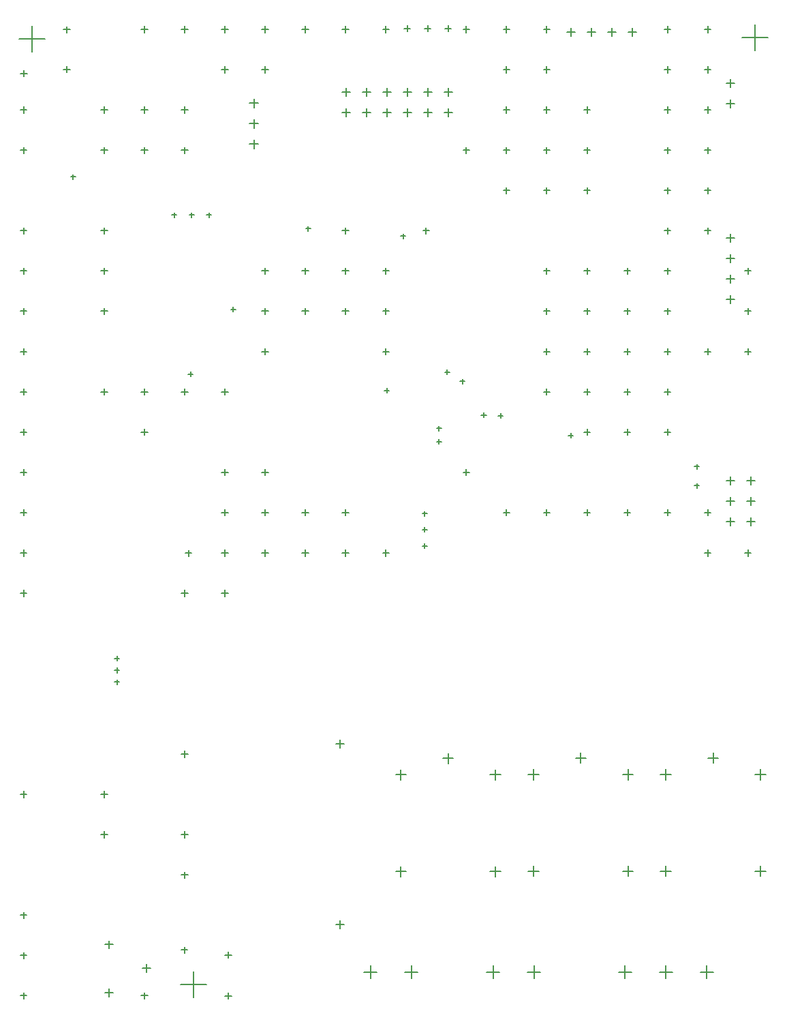
<source format=gbr>
G04*
G04 #@! TF.GenerationSoftware,Altium Limited,Altium Designer,24.2.2 (26)*
G04*
G04 Layer_Color=128*
%FSLAX44Y44*%
%MOMM*%
G71*
G04*
G04 #@! TF.SameCoordinates,8F8C662E-78E3-4B19-825C-435B122D3AAE*
G04*
G04*
G04 #@! TF.FilePolarity,Positive*
G04*
G01*
G75*
%ADD12C,0.1270*%
D12*
X850980Y1496568D02*
X860980D01*
X855980Y1491568D02*
Y1501568D01*
X825580Y1496568D02*
X835580D01*
X830580Y1491568D02*
Y1501568D01*
X800180Y1496568D02*
X810180D01*
X805180Y1491568D02*
Y1501568D01*
X774780Y1496568D02*
X784780D01*
X779780Y1491568D02*
Y1501568D01*
X247740Y334440D02*
X257740D01*
X252740Y329440D02*
Y339440D01*
X200740Y303440D02*
X210740D01*
X205740Y298440D02*
Y308440D01*
X200740Y363440D02*
X210740D01*
X205740Y358440D02*
Y368440D01*
X573660Y329560D02*
X589660D01*
X581660Y321560D02*
Y337560D01*
X522860Y329560D02*
X538860D01*
X530860Y321560D02*
Y337560D01*
X998300Y889000D02*
X1008300D01*
X1003300Y884000D02*
Y894000D01*
X972900Y889000D02*
X982900D01*
X977900Y884000D02*
Y894000D01*
X998300Y914400D02*
X1008300D01*
X1003300Y909400D02*
Y919400D01*
X972900Y914400D02*
X982900D01*
X977900Y909400D02*
Y919400D01*
X998300Y939800D02*
X1008300D01*
X1003300Y934800D02*
Y944800D01*
X972900Y939800D02*
X982900D01*
X977900Y934800D02*
Y944800D01*
X726060Y329560D02*
X742060D01*
X734060Y321560D02*
Y337560D01*
X675260Y329560D02*
X691260D01*
X683260Y321560D02*
Y337560D01*
X839090Y329560D02*
X855090D01*
X847090Y321560D02*
Y337560D01*
X889890Y329560D02*
X905890D01*
X897890Y321560D02*
Y337560D01*
X940690Y329560D02*
X956690D01*
X948690Y321560D02*
Y337560D01*
X572580Y1501140D02*
X580580D01*
X576580Y1497140D02*
Y1505140D01*
X597980Y1501140D02*
X605980D01*
X601980Y1497140D02*
Y1505140D01*
X623380Y1501140D02*
X631380D01*
X627380Y1497140D02*
Y1505140D01*
X295150Y313690D02*
X327150D01*
X311150Y297690D02*
Y329690D01*
X992380Y1489710D02*
X1024380D01*
X1008380Y1473710D02*
Y1505710D01*
X94490Y1488440D02*
X126490D01*
X110490Y1472440D02*
Y1504440D01*
X972900Y1407590D02*
X982900D01*
X977900Y1402590D02*
Y1412590D01*
X972900Y1432990D02*
X982900D01*
X977900Y1427990D02*
Y1437990D01*
X972900Y1240790D02*
X982900D01*
X977900Y1235790D02*
Y1245790D01*
X972900Y1215390D02*
X982900D01*
X977900Y1210390D02*
Y1220390D01*
X972900Y1189990D02*
X982900D01*
X977900Y1184990D02*
Y1194990D01*
X972900Y1164590D02*
X982900D01*
X977900Y1159590D02*
Y1169590D01*
X726900Y574660D02*
X739900D01*
X733400Y568160D02*
Y581160D01*
X726900Y454660D02*
X739900D01*
X733400Y448160D02*
Y461160D01*
X844400Y574660D02*
X857400D01*
X850900Y568160D02*
Y581160D01*
X844400Y454660D02*
X857400D01*
X850900Y448160D02*
Y461160D01*
X785650Y595160D02*
X798650D01*
X792150Y588660D02*
Y601660D01*
X562130Y574260D02*
X575130D01*
X568630Y567760D02*
Y580760D01*
X562130Y454260D02*
X575130D01*
X568630Y447760D02*
Y460760D01*
X679630Y574260D02*
X692630D01*
X686130Y567760D02*
Y580760D01*
X679630Y454260D02*
X692630D01*
X686130Y447760D02*
Y460760D01*
X620880Y594760D02*
X633880D01*
X627380Y588260D02*
Y601260D01*
X891390Y574660D02*
X904390D01*
X897890Y568160D02*
Y581160D01*
X891390Y454660D02*
X904390D01*
X897890Y448160D02*
Y461160D01*
X1008890Y574660D02*
X1021890D01*
X1015390Y568160D02*
Y581160D01*
X1008890Y454660D02*
X1021890D01*
X1015390Y448160D02*
Y461160D01*
X950140Y595160D02*
X963140D01*
X956640Y588660D02*
Y601660D01*
X380580Y1408430D02*
X391580D01*
X386080Y1402930D02*
Y1413930D01*
X380580Y1383030D02*
X391580D01*
X386080Y1377530D02*
Y1388530D01*
X380580Y1357630D02*
X391580D01*
X386080Y1352130D02*
Y1363130D01*
X488014Y612902D02*
X498014D01*
X493014Y607902D02*
Y617902D01*
X487760Y388620D02*
X497760D01*
X492760Y383620D02*
Y393620D01*
X622380Y1422400D02*
X632380D01*
X627380Y1417400D02*
Y1427400D01*
X622380Y1397000D02*
X632380D01*
X627380Y1392000D02*
Y1402000D01*
X596980Y1422400D02*
X606980D01*
X601980Y1417400D02*
Y1427400D01*
X571580Y1422400D02*
X581580D01*
X576580Y1417400D02*
Y1427400D01*
X546180Y1422400D02*
X556180D01*
X551180Y1417400D02*
Y1427400D01*
X520780Y1422400D02*
X530780D01*
X525780Y1417400D02*
Y1427400D01*
X495380Y1422400D02*
X505380D01*
X500380Y1417400D02*
Y1427400D01*
X596980Y1397000D02*
X606980D01*
X601980Y1392000D02*
Y1402000D01*
X571580Y1397000D02*
X581580D01*
X576580Y1392000D02*
Y1402000D01*
X546180Y1397000D02*
X556180D01*
X551180Y1392000D02*
Y1402000D01*
X520780Y1397000D02*
X530780D01*
X525780Y1392000D02*
Y1402000D01*
X495380Y1397000D02*
X505380D01*
X500380Y1392000D02*
Y1402000D01*
X612950Y988060D02*
X618950D01*
X615950Y985060D02*
Y991060D01*
X612950Y1004570D02*
X618950D01*
X615950Y1001570D02*
Y1007570D01*
X300800Y849630D02*
X308800D01*
X304800Y845630D02*
Y853630D01*
X284020Y1269548D02*
X290020D01*
X287020Y1266548D02*
Y1272549D01*
X305610Y1269548D02*
X311610D01*
X308610Y1266548D02*
Y1272549D01*
X196000Y1150000D02*
X204000D01*
X200000Y1146000D02*
Y1154000D01*
X546000Y850000D02*
X554000D01*
X550000Y846000D02*
Y854000D01*
X149670Y1499870D02*
X157670D01*
X153670Y1495870D02*
Y1503870D01*
X96330Y1445260D02*
X104330D01*
X100330Y1441260D02*
Y1449260D01*
X149670Y1450340D02*
X157670D01*
X153670Y1446340D02*
Y1454340D01*
X350330Y299720D02*
X358330D01*
X354330Y295720D02*
Y303720D01*
X295720Y356870D02*
X303720D01*
X299720Y352870D02*
Y360870D01*
X350330Y350520D02*
X358330D01*
X354330Y346520D02*
Y354520D01*
X996000Y1200000D02*
X1004000D01*
X1000000Y1196000D02*
Y1204000D01*
X996000Y1150000D02*
X1004000D01*
X1000000Y1146000D02*
Y1154000D01*
X996000Y1100000D02*
X1004000D01*
X1000000Y1096000D02*
Y1104000D01*
X996000Y850000D02*
X1004000D01*
X1000000Y846000D02*
Y854000D01*
X946000Y1500000D02*
X954000D01*
X950000Y1496000D02*
Y1504000D01*
X946000Y1450000D02*
X954000D01*
X950000Y1446000D02*
Y1454000D01*
X946000Y1400000D02*
X954000D01*
X950000Y1396000D02*
Y1404000D01*
X946000Y1350000D02*
X954000D01*
X950000Y1346000D02*
Y1354000D01*
X946000Y1300000D02*
X954000D01*
X950000Y1296000D02*
Y1304000D01*
X946000Y1250000D02*
X954000D01*
X950000Y1246000D02*
Y1254000D01*
X946000Y1100000D02*
X954000D01*
X950000Y1096000D02*
Y1104000D01*
X946000Y900000D02*
X954000D01*
X950000Y896000D02*
Y904000D01*
X946000Y850000D02*
X954000D01*
X950000Y846000D02*
Y854000D01*
X896000Y1500000D02*
X904000D01*
X900000Y1496000D02*
Y1504000D01*
X896000Y1450000D02*
X904000D01*
X900000Y1446000D02*
Y1454000D01*
X896000Y1400000D02*
X904000D01*
X900000Y1396000D02*
Y1404000D01*
X896000Y1350000D02*
X904000D01*
X900000Y1346000D02*
Y1354000D01*
X896000Y1300000D02*
X904000D01*
X900000Y1296000D02*
Y1304000D01*
X896000Y1250000D02*
X904000D01*
X900000Y1246000D02*
Y1254000D01*
X896000Y1200000D02*
X904000D01*
X900000Y1196000D02*
Y1204000D01*
X896000Y1150000D02*
X904000D01*
X900000Y1146000D02*
Y1154000D01*
X896000Y1100000D02*
X904000D01*
X900000Y1096000D02*
Y1104000D01*
X896000Y1050000D02*
X904000D01*
X900000Y1046000D02*
Y1054000D01*
X896000Y1000000D02*
X904000D01*
X900000Y996000D02*
Y1004000D01*
X896000Y900000D02*
X904000D01*
X900000Y896000D02*
Y904000D01*
X846000Y1200000D02*
X854000D01*
X850000Y1196000D02*
Y1204000D01*
X846000Y1150000D02*
X854000D01*
X850000Y1146000D02*
Y1154000D01*
X846000Y1100000D02*
X854000D01*
X850000Y1096000D02*
Y1104000D01*
X846000Y1050000D02*
X854000D01*
X850000Y1046000D02*
Y1054000D01*
X846000Y1000000D02*
X854000D01*
X850000Y996000D02*
Y1004000D01*
X846000Y900000D02*
X854000D01*
X850000Y896000D02*
Y904000D01*
X796000Y1400000D02*
X804000D01*
X800000Y1396000D02*
Y1404000D01*
X796000Y1350000D02*
X804000D01*
X800000Y1346000D02*
Y1354000D01*
X796000Y1300000D02*
X804000D01*
X800000Y1296000D02*
Y1304000D01*
X796000Y1200000D02*
X804000D01*
X800000Y1196000D02*
Y1204000D01*
X796000Y1150000D02*
X804000D01*
X800000Y1146000D02*
Y1154000D01*
X796000Y1100000D02*
X804000D01*
X800000Y1096000D02*
Y1104000D01*
X796000Y1050000D02*
X804000D01*
X800000Y1046000D02*
Y1054000D01*
X796000Y1000000D02*
X804000D01*
X800000Y996000D02*
Y1004000D01*
X796000Y900000D02*
X804000D01*
X800000Y896000D02*
Y904000D01*
X746000Y1500000D02*
X754000D01*
X750000Y1496000D02*
Y1504000D01*
X746000Y1450000D02*
X754000D01*
X750000Y1446000D02*
Y1454000D01*
X746000Y1400000D02*
X754000D01*
X750000Y1396000D02*
Y1404000D01*
X746000Y1350000D02*
X754000D01*
X750000Y1346000D02*
Y1354000D01*
X746000Y1300000D02*
X754000D01*
X750000Y1296000D02*
Y1304000D01*
X746000Y1200000D02*
X754000D01*
X750000Y1196000D02*
Y1204000D01*
X746000Y1150000D02*
X754000D01*
X750000Y1146000D02*
Y1154000D01*
X746000Y1100000D02*
X754000D01*
X750000Y1096000D02*
Y1104000D01*
X746000Y1050000D02*
X754000D01*
X750000Y1046000D02*
Y1054000D01*
X746000Y900000D02*
X754000D01*
X750000Y896000D02*
Y904000D01*
X696000Y1500000D02*
X704000D01*
X700000Y1496000D02*
Y1504000D01*
X696000Y1450000D02*
X704000D01*
X700000Y1446000D02*
Y1454000D01*
X696000Y1400000D02*
X704000D01*
X700000Y1396000D02*
Y1404000D01*
X696000Y1350000D02*
X704000D01*
X700000Y1346000D02*
Y1354000D01*
X696000Y1300000D02*
X704000D01*
X700000Y1296000D02*
Y1304000D01*
X696000Y900000D02*
X704000D01*
X700000Y896000D02*
Y904000D01*
X646000Y1500000D02*
X654000D01*
X650000Y1496000D02*
Y1504000D01*
X646000Y1350000D02*
X654000D01*
X650000Y1346000D02*
Y1354000D01*
X646000Y950000D02*
X654000D01*
X650000Y946000D02*
Y954000D01*
X596000Y1250000D02*
X604000D01*
X600000Y1246000D02*
Y1254000D01*
X546000Y1500000D02*
X554000D01*
X550000Y1496000D02*
Y1504000D01*
X546000Y1200000D02*
X554000D01*
X550000Y1196000D02*
Y1204000D01*
X546000Y1150000D02*
X554000D01*
X550000Y1146000D02*
Y1154000D01*
X546000Y1100000D02*
X554000D01*
X550000Y1096000D02*
Y1104000D01*
X496000Y1500000D02*
X504000D01*
X500000Y1496000D02*
Y1504000D01*
X496000Y1250000D02*
X504000D01*
X500000Y1246000D02*
Y1254000D01*
X496000Y1200000D02*
X504000D01*
X500000Y1196000D02*
Y1204000D01*
X496000Y1150000D02*
X504000D01*
X500000Y1146000D02*
Y1154000D01*
X496000Y900000D02*
X504000D01*
X500000Y896000D02*
Y904000D01*
X496000Y850000D02*
X504000D01*
X500000Y846000D02*
Y854000D01*
X446000Y1500000D02*
X454000D01*
X450000Y1496000D02*
Y1504000D01*
X446000Y1200000D02*
X454000D01*
X450000Y1196000D02*
Y1204000D01*
X446000Y1150000D02*
X454000D01*
X450000Y1146000D02*
Y1154000D01*
X446000Y900000D02*
X454000D01*
X450000Y896000D02*
Y904000D01*
X446000Y850000D02*
X454000D01*
X450000Y846000D02*
Y854000D01*
X396000Y1500000D02*
X404000D01*
X400000Y1496000D02*
Y1504000D01*
X396000Y1450000D02*
X404000D01*
X400000Y1446000D02*
Y1454000D01*
X396000Y1200000D02*
X404000D01*
X400000Y1196000D02*
Y1204000D01*
X396000Y1150000D02*
X404000D01*
X400000Y1146000D02*
Y1154000D01*
X396000Y1100000D02*
X404000D01*
X400000Y1096000D02*
Y1104000D01*
X396000Y950000D02*
X404000D01*
X400000Y946000D02*
Y954000D01*
X396000Y900000D02*
X404000D01*
X400000Y896000D02*
Y904000D01*
X396000Y850000D02*
X404000D01*
X400000Y846000D02*
Y854000D01*
X346000Y1500000D02*
X354000D01*
X350000Y1496000D02*
Y1504000D01*
X346000Y1450000D02*
X354000D01*
X350000Y1446000D02*
Y1454000D01*
X346000Y1050000D02*
X354000D01*
X350000Y1046000D02*
Y1054000D01*
X346000Y950000D02*
X354000D01*
X350000Y946000D02*
Y954000D01*
X346000Y900000D02*
X354000D01*
X350000Y896000D02*
Y904000D01*
X346000Y850000D02*
X354000D01*
X350000Y846000D02*
Y854000D01*
X346000Y800000D02*
X354000D01*
X350000Y796000D02*
Y804000D01*
X296000Y1500000D02*
X304000D01*
X300000Y1496000D02*
Y1504000D01*
X296000Y1400000D02*
X304000D01*
X300000Y1396000D02*
Y1404000D01*
X296000Y1350000D02*
X304000D01*
X300000Y1346000D02*
Y1354000D01*
X296000Y1050000D02*
X304000D01*
X300000Y1046000D02*
Y1054000D01*
X296000Y800000D02*
X304000D01*
X300000Y796000D02*
Y804000D01*
X296000Y600000D02*
X304000D01*
X300000Y596000D02*
Y604000D01*
X296000Y500000D02*
X304000D01*
X300000Y496000D02*
Y504000D01*
X296000Y450000D02*
X304000D01*
X300000Y446000D02*
Y454000D01*
X246000Y1500000D02*
X254000D01*
X250000Y1496000D02*
Y1504000D01*
X246000Y1400000D02*
X254000D01*
X250000Y1396000D02*
Y1404000D01*
X246000Y1350000D02*
X254000D01*
X250000Y1346000D02*
Y1354000D01*
X246000Y1050000D02*
X254000D01*
X250000Y1046000D02*
Y1054000D01*
X246000Y1000000D02*
X254000D01*
X250000Y996000D02*
Y1004000D01*
X246000Y300000D02*
X254000D01*
X250000Y296000D02*
Y304000D01*
X196000Y1400000D02*
X204000D01*
X200000Y1396000D02*
Y1404000D01*
X196000Y1350000D02*
X204000D01*
X200000Y1346000D02*
Y1354000D01*
X196000Y1250000D02*
X204000D01*
X200000Y1246000D02*
Y1254000D01*
X196000Y1200000D02*
X204000D01*
X200000Y1196000D02*
Y1204000D01*
X196000Y1050000D02*
X204000D01*
X200000Y1046000D02*
Y1054000D01*
X196000Y550000D02*
X204000D01*
X200000Y546000D02*
Y554000D01*
X196000Y500000D02*
X204000D01*
X200000Y496000D02*
Y504000D01*
X96000Y1400000D02*
X104000D01*
X100000Y1396000D02*
Y1404000D01*
X96000Y1350000D02*
X104000D01*
X100000Y1346000D02*
Y1354000D01*
X96000Y1250000D02*
X104000D01*
X100000Y1246000D02*
Y1254000D01*
X96000Y1200000D02*
X104000D01*
X100000Y1196000D02*
Y1204000D01*
X96000Y1150000D02*
X104000D01*
X100000Y1146000D02*
Y1154000D01*
X96000Y1100000D02*
X104000D01*
X100000Y1096000D02*
Y1104000D01*
X96000Y1050000D02*
X104000D01*
X100000Y1046000D02*
Y1054000D01*
X96000Y1000000D02*
X104000D01*
X100000Y996000D02*
Y1004000D01*
X96000Y950000D02*
X104000D01*
X100000Y946000D02*
Y954000D01*
X96000Y900000D02*
X104000D01*
X100000Y896000D02*
Y904000D01*
X96000Y850000D02*
X104000D01*
X100000Y846000D02*
Y854000D01*
X96000Y800000D02*
X104000D01*
X100000Y796000D02*
Y804000D01*
X96000Y550000D02*
X104000D01*
X100000Y546000D02*
Y554000D01*
X96000Y400000D02*
X104000D01*
X100000Y396000D02*
Y404000D01*
X96000Y350000D02*
X104000D01*
X100000Y346000D02*
Y354000D01*
X96000Y300000D02*
X104000D01*
X100000Y296000D02*
Y304000D01*
X212900Y689610D02*
X218900D01*
X215900Y686610D02*
Y692610D01*
X212900Y704215D02*
X218900D01*
X215900Y701215D02*
Y707215D01*
X212900Y718820D02*
X218900D01*
X215900Y715820D02*
Y721820D01*
X776780Y995680D02*
X782780D01*
X779780Y992680D02*
Y998680D01*
X158290Y1316990D02*
X164290D01*
X161290Y1313990D02*
Y1319990D01*
X450360Y1252456D02*
X456360D01*
X453360Y1249455D02*
Y1255455D01*
X548180Y1051560D02*
X554180D01*
X551180Y1048560D02*
Y1054560D01*
X595170Y878675D02*
X601170D01*
X598170Y875675D02*
Y881675D01*
X595170Y898829D02*
X601170D01*
X598170Y895829D02*
Y901829D01*
X595170Y858520D02*
X601170D01*
X598170Y855520D02*
Y861520D01*
X304340Y1071880D02*
X310340D01*
X307340Y1068880D02*
Y1074880D01*
X357472Y1152169D02*
X363472D01*
X360472Y1149169D02*
Y1155169D01*
X327200Y1269548D02*
X333200D01*
X330200Y1266548D02*
Y1272549D01*
X568500Y1243330D02*
X574500D01*
X571500Y1240330D02*
Y1246330D01*
X689784Y1020180D02*
X695784D01*
X692784Y1017180D02*
Y1023180D01*
X668676Y1021145D02*
X674676D01*
X671676Y1018145D02*
Y1024145D01*
X642160Y1062990D02*
X648160D01*
X645160Y1059990D02*
Y1065990D01*
X623110Y1074420D02*
X629110D01*
X626110Y1071420D02*
Y1077420D01*
X933589Y933450D02*
X939589D01*
X936589Y930450D02*
Y936450D01*
X933589Y957007D02*
X939589D01*
X936589Y954007D02*
Y960007D01*
M02*

</source>
